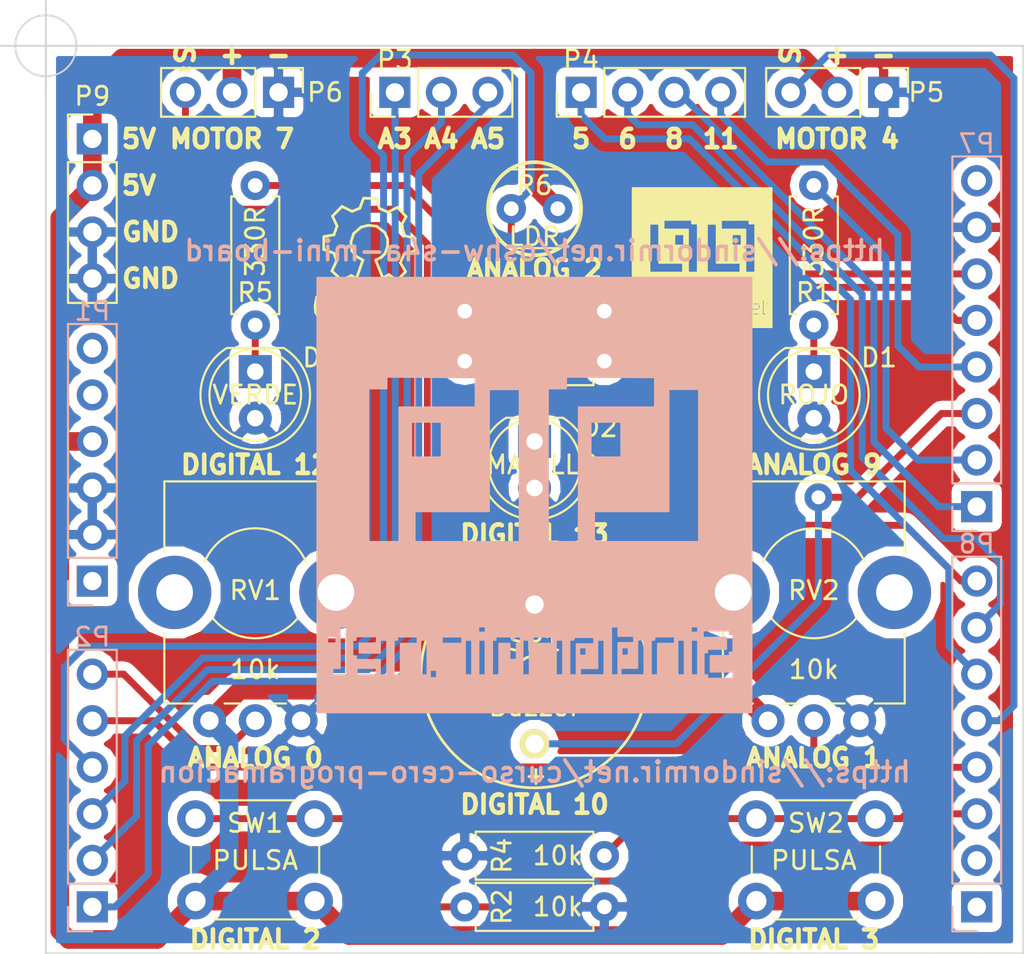
<source format=kicad_pcb>
(kicad_pcb (version 4) (host pcbnew 4.0.6-e0-6349~53~ubuntu16.04.1)
  (title_block (title "Sindormir.net S4A Mini Board") (date 2017-04-28) (rev v0.3) (company Sindormir.net) (comment 1 https://github.com/SindormirNet/S4A-Mini-board/) (comment 3 "Copyright (C) 2015-2017 sindormir.net") (comment 4 "Released under GNU/GPL 3 License https://www.gnu.org/licenses/gpl.html"))
  (layers (0 F.Cu signal) (31 B.Cu signal) (34 B.Paste user) (35 F.Paste user) (36 B.SilkS user hide) (37 F.SilkS user hide) (38 B.Mask user) (39 F.Mask user) (44 Edge.Cuts user))
  (net 0 "")
  (net 1 "Net-(D1-Pad1)")
  (net 2 GND)
  (net 3 "Net-(D2-Pad1)")
  (net 4 "Net-(D3-Pad1)")
  (net 5 PINA5)
  (net 6 PINA4)
  (net 7 PINA3)
  (net 8 PINA2)
  (net 9 PINA1)
  (net 10 PINA0)
  (net 11 "Net-(P1-Pad1)")
  (net 12 +5V)
  (net 13 "Net-(P1-Pad5)")
  (net 14 "Net-(P1-Pad6)")
  (net 15 PIND5)
  (net 16 PIND6)
  (net 17 PIND8)
  (net 18 PIND11)
  (net 19 PIND4)
  (net 20 PIND7)
  (net 21 PIND9)
  (net 22 PIND10)
  (net 23 PIND12)
  (net 24 PIND13)
  (net 25 "Net-(P7-Pad8)")
  (net 26 "Net-(P8-Pad1)")
  (net 27 "Net-(P8-Pad2)")
  (net 28 PIND2)
  (net 29 PIND3)
  (module Buttons_Switches_ThroughHole:SW_PUSH_6mm_h5mm (layer F.Cu) (at 158.3055 140.6525 180)
    (fp_text reference SW2 (at 3.25 4.2545 180) (layer F.SilkS))
    (fp_text value PULSA (at 3.3655 2.2225 180) (layer F.SilkS))
    (pad 2 thru_hole circle (at 0 4.5 270) (size 2 2) (drill 1.1) (layers *.Cu *.Mask) (net 29 PIND3))
    (pad 1 thru_hole circle (at 0 0 270) (size 2 2) (drill 1.1) (layers *.Cu *.Mask) (net 12 +5V))
    (pad 2 thru_hole circle (at 6.5 4.5 270) (size 2 2) (drill 1.1) (layers *.Cu *.Mask) (net 29 PIND3))
    (pad 1 thru_hole circle (at 6.5 0 270) (size 2 2) (drill 1.1) (layers *.Cu *.Mask) (net 12 +5V))
  )
  (module Buttons_Switches_ThroughHole:SW_PUSH_6mm_h5mm (layer F.Cu) (at 127.6985 140.6525 180)
    (fp_text reference SW1 (at 3.25 4.2545 180) (layer F.SilkS))
    (fp_text value PULSA (at 3.2385 2.2225 180) (layer F.SilkS))
    (pad 2 thru_hole circle (at 0 4.5 270) (size 2 2) (drill 1.1) (layers *.Cu *.Mask) (net 28 PIND2))
    (pad 1 thru_hole circle (at 0 0 270) (size 2 2) (drill 1.1) (layers *.Cu *.Mask) (net 12 +5V))
    (pad 2 thru_hole circle (at 6.5 4.5 270) (size 2 2) (drill 1.1) (layers *.Cu *.Mask) (net 28 PIND2))
    (pad 1 thru_hole circle (at 6.5 0 270) (size 2 2) (drill 1.1) (layers *.Cu *.Mask) (net 12 +5V))
  )
  (module Buzzers_Beepers:MagneticBuzzer_ProSignal_ABI-009-RC (layer F.Cu) (at 139.7 124.46 270)
    (fp_text reference SP1 (at 2.032 0 360) (layer F.SilkS))
    (fp_text value Buzzer (at 5.588 0 540) (layer F.SilkS))
    (fp_text user + (at 9.398 0 270) (layer F.SilkS))
    (pad 1 thru_hole circle (at 0.01016 0 270) (size 1.6002 1.6002) (drill 1.00076) (layers *.Cu *.Mask F.SilkS) (net 2 GND))
    (pad 2 thru_hole circle (at 7.60984 0 270) (size 1.6002 1.6002) (drill 1.00076) (layers *.Cu *.Mask F.SilkS) (net 22 PIND10))
  )
  (module Symbols:Symbol_OSHW-Logo_SilkScreen (layer F.Cu) (at 130.683 104.775)
    (fp_text reference Symbol_OSHW-Logo_SilkScreen hide)
    (fp_text value VAL** hide)
  )
  (module logo:logo-sd (layer B.Cu) (at 139.7 118.491 180)
    (fp_text reference G*** hide)
    (fp_text value LOGO hide)
  )
  (module logo:logo-sd (layer F.Cu) (at 148.844 105.537)
    (fp_text reference G*** hide)
    (fp_text value LOGO hide)
  )
  (module LEDs:LED_D5.0mm (layer F.Cu) (at 154.94 111.76 270)
    (fp_text reference D1 (at -0.762 -3.556 360) (layer F.SilkS))
    (fp_text value ROJO (at 1.27 0 360) (layer F.SilkS))
    (pad 1 thru_hole rect (at 0 0 270) (size 1.8 1.8) (drill 0.9) (layers *.Cu *.Mask) (net 1 "Net-(D1-Pad1)"))
    (pad 2 thru_hole circle (at 2.54 0 270) (size 1.8 1.8) (drill 0.9) (layers *.Cu *.Mask) (net 2 GND))
  )
  (module LEDs:LED_D5.0mm (layer F.Cu) (at 139.7 115.57 270)
    (fp_text reference D2 (at -0.762 -3.556 360) (layer F.SilkS))
    (fp_text value AMARILLO (at 1.27 0 360) (layer F.SilkS))
    (pad 1 thru_hole rect (at 0 0 270) (size 1.8 1.8) (drill 0.9) (layers *.Cu *.Mask) (net 3 "Net-(D2-Pad1)"))
    (pad 2 thru_hole circle (at 2.54 0 270) (size 1.8 1.8) (drill 0.9) (layers *.Cu *.Mask) (net 2 GND))
  )
  (module LEDs:LED_D5.0mm (layer F.Cu) (at 124.46 111.76 270)
    (fp_text reference D3 (at -0.762 -3.556 360) (layer F.SilkS))
    (fp_text value VERDE (at 1.27 0 540) (layer F.SilkS))
    (pad 1 thru_hole rect (at 0 0 270) (size 1.8 1.8) (drill 0.9) (layers *.Cu *.Mask) (net 4 "Net-(D3-Pad1)"))
    (pad 2 thru_hole circle (at 2.54 0 270) (size 1.8 1.8) (drill 0.9) (layers *.Cu *.Mask) (net 2 GND))
  )
  (module Pin_Headers:Pin_Header_Straight_1x06_Pitch2.54mm (layer B.Cu) (at 115.57 123.19)
    (fp_text reference P1 (at 0 -14.732) (layer B.SilkS) (effects (justify mirror)))
    (fp_text value "Arduino Power header" hide)
    (pad 1 thru_hole rect (at 0 0) (size 1.7 1.7) (drill 1) (layers *.Cu *.Mask) (net 11 "Net-(P1-Pad1)"))
    (pad 2 thru_hole oval (at 0 -2.54) (size 1.7 1.7) (drill 1) (layers *.Cu *.Mask) (net 2 GND))
    (pad 3 thru_hole oval (at 0 -5.08) (size 1.7 1.7) (drill 1) (layers *.Cu *.Mask) (net 2 GND))
    (pad 4 thru_hole oval (at 0 -7.62) (size 1.7 1.7) (drill 1) (layers *.Cu *.Mask) (net 12 +5V))
    (pad 5 thru_hole oval (at 0 -10.16) (size 1.7 1.7) (drill 1) (layers *.Cu *.Mask) (net 13 "Net-(P1-Pad5)"))
    (pad 6 thru_hole oval (at 0 -12.7) (size 1.7 1.7) (drill 1) (layers *.Cu *.Mask) (net 14 "Net-(P1-Pad6)"))
  )
  (module Pin_Headers:Pin_Header_Straight_1x06_Pitch2.54mm (layer B.Cu) (at 115.57 140.97)
    (fp_text reference P2 (at 0 -14.732) (layer B.SilkS) (effects (justify mirror)))
    (fp_text value "Arduino Analog header" hide)
    (pad 1 thru_hole rect (at 0 0) (size 1.7 1.7) (drill 1) (layers *.Cu *.Mask) (net 5 PINA5))
    (pad 2 thru_hole oval (at 0 -2.54) (size 1.7 1.7) (drill 1) (layers *.Cu *.Mask) (net 6 PINA4))
    (pad 3 thru_hole oval (at 0 -5.08) (size 1.7 1.7) (drill 1) (layers *.Cu *.Mask) (net 7 PINA3))
    (pad 4 thru_hole oval (at 0 -7.62) (size 1.7 1.7) (drill 1) (layers *.Cu *.Mask) (net 8 PINA2))
    (pad 5 thru_hole oval (at 0 -10.16) (size 1.7 1.7) (drill 1) (layers *.Cu *.Mask) (net 9 PINA1))
    (pad 6 thru_hole oval (at 0 -12.7) (size 1.7 1.7) (drill 1) (layers *.Cu *.Mask) (net 10 PINA0))
  )
  (module Socket_Strips:Socket_Strip_Straight_1x03_Pitch2.54mm (layer F.Cu) (at 132.08 96.52 90)
    (fp_text reference P3 (at 1.778 0 180) (layer F.SilkS))
    (fp_text value "Analog pin")
    (pad 1 thru_hole rect (at 0 0 90) (size 1.7 1.7) (drill 1) (layers *.Cu *.Mask) (net 7 PINA3))
    (pad 2 thru_hole oval (at 0 2.54 90) (size 1.7 1.7) (drill 1) (layers *.Cu *.Mask) (net 6 PINA4))
    (pad 3 thru_hole oval (at 0 5.08 90) (size 1.7 1.7) (drill 1) (layers *.Cu *.Mask) (net 5 PINA5))
  )
  (module Socket_Strips:Socket_Strip_Straight_1x04_Pitch2.54mm (layer F.Cu) (at 142.24 96.52 90)
    (fp_text reference P4 (at 1.778 0 180) (layer F.SilkS))
    (fp_text value "Digital pin" hide)
    (pad 1 thru_hole rect (at 0 0 90) (size 1.7 1.7) (drill 1) (layers *.Cu *.Mask) (net 15 PIND5))
    (pad 2 thru_hole oval (at 0 2.54 90) (size 1.7 1.7) (drill 1) (layers *.Cu *.Mask) (net 16 PIND6))
    (pad 3 thru_hole oval (at 0 5.08 90) (size 1.7 1.7) (drill 1) (layers *.Cu *.Mask) (net 17 PIND8))
    (pad 4 thru_hole oval (at 0 7.62 90) (size 1.7 1.7) (drill 1) (layers *.Cu *.Mask) (net 18 PIND11))
  )
  (module Pin_Headers:Pin_Header_Straight_1x03_Pitch2.54mm (layer F.Cu) (at 158.75 96.52 270)
    (fp_text reference P5 (at 0 -2.33 360) (layer F.SilkS))
    (fp_text value "Servo 1" hide)
    (pad 1 thru_hole rect (at 0 0 270) (size 1.7 1.7) (drill 1) (layers *.Cu *.Mask) (net 2 GND))
    (pad 2 thru_hole oval (at 0 2.54 270) (size 1.7 1.7) (drill 1) (layers *.Cu *.Mask) (net 12 +5V))
    (pad 3 thru_hole oval (at 0 5.08 270) (size 1.7 1.7) (drill 1) (layers *.Cu *.Mask) (net 19 PIND4))
  )
  (module Pin_Headers:Pin_Header_Straight_1x03_Pitch2.54mm (layer F.Cu) (at 125.73 96.52 270)
    (fp_text reference P6 (at 0 -2.54 360) (layer F.SilkS))
    (fp_text value "Servo 2")
    (pad 1 thru_hole rect (at 0 0 270) (size 1.7 1.7) (drill 1) (layers *.Cu *.Mask) (net 2 GND))
    (pad 2 thru_hole oval (at 0 2.54 270) (size 1.7 1.7) (drill 1) (layers *.Cu *.Mask) (net 12 +5V))
    (pad 3 thru_hole oval (at 0 5.08 270) (size 1.7 1.7) (drill 1) (layers *.Cu *.Mask) (net 20 PIND7))
  )
  (module Pin_Headers:Pin_Header_Straight_1x08_Pitch2.54mm (layer B.Cu) (at 163.83 119.126)
    (fp_text reference P7 (at 0 -19.812) (layer B.SilkS) (effects (justify mirror)))
    (fp_text value "Arduino Digital H header" hide)
    (pad 1 thru_hole rect (at 0 0) (size 1.7 1.7) (drill 1) (layers *.Cu *.Mask) (net 17 PIND8))
    (pad 2 thru_hole oval (at 0 -2.54) (size 1.7 1.7) (drill 1) (layers *.Cu *.Mask) (net 21 PIND9))
    (pad 3 thru_hole oval (at 0 -5.08) (size 1.7 1.7) (drill 1) (layers *.Cu *.Mask) (net 22 PIND10))
    (pad 4 thru_hole oval (at 0 -7.62) (size 1.7 1.7) (drill 1) (layers *.Cu *.Mask) (net 18 PIND11))
    (pad 5 thru_hole oval (at 0 -10.16) (size 1.7 1.7) (drill 1) (layers *.Cu *.Mask) (net 23 PIND12))
    (pad 6 thru_hole oval (at 0 -12.7) (size 1.7 1.7) (drill 1) (layers *.Cu *.Mask) (net 24 PIND13))
    (pad 7 thru_hole oval (at 0 -15.24) (size 1.7 1.7) (drill 1) (layers *.Cu *.Mask) (net 2 GND))
    (pad 8 thru_hole oval (at 0 -17.78) (size 1.7 1.7) (drill 1) (layers *.Cu *.Mask) (net 25 "Net-(P7-Pad8)"))
  )
  (module Pin_Headers:Pin_Header_Straight_1x08_Pitch2.54mm (layer B.Cu) (at 163.83 140.97)
    (fp_text reference P8 (at 0 -19.812) (layer B.SilkS) (effects (justify mirror)))
    (fp_text value "Arduino Digital L header" hide)
    (pad 1 thru_hole rect (at 0 0) (size 1.7 1.7) (drill 1) (layers *.Cu *.Mask) (net 26 "Net-(P8-Pad1)"))
    (pad 2 thru_hole oval (at 0 -2.54) (size 1.7 1.7) (drill 1) (layers *.Cu *.Mask) (net 27 "Net-(P8-Pad2)"))
    (pad 3 thru_hole oval (at 0 -5.08) (size 1.7 1.7) (drill 1) (layers *.Cu *.Mask) (net 28 PIND2))
    (pad 4 thru_hole oval (at 0 -7.62) (size 1.7 1.7) (drill 1) (layers *.Cu *.Mask) (net 29 PIND3))
    (pad 5 thru_hole oval (at 0 -10.16) (size 1.7 1.7) (drill 1) (layers *.Cu *.Mask) (net 19 PIND4))
    (pad 6 thru_hole oval (at 0 -12.7) (size 1.7 1.7) (drill 1) (layers *.Cu *.Mask) (net 15 PIND5))
    (pad 7 thru_hole oval (at 0 -15.24) (size 1.7 1.7) (drill 1) (layers *.Cu *.Mask) (net 16 PIND6))
    (pad 8 thru_hole oval (at 0 -17.78) (size 1.7 1.7) (drill 1) (layers *.Cu *.Mask) (net 20 PIND7))
  )
  (module Socket_Strips:Socket_Strip_Straight_1x04_Pitch2.54mm (layer F.Cu) (at 115.57 99.06)
    (fp_text reference P9 (at 0 -2.33) (layer F.SilkS))
    (fp_text value Power hide)
    (pad 1 thru_hole rect (at 0 0) (size 1.7 1.7) (drill 1) (layers *.Cu *.Mask) (net 12 +5V))
    (pad 2 thru_hole oval (at 0 2.54) (size 1.7 1.7) (drill 1) (layers *.Cu *.Mask) (net 12 +5V))
    (pad 3 thru_hole oval (at 0 5.08) (size 1.7 1.7) (drill 1) (layers *.Cu *.Mask) (net 2 GND))
    (pad 4 thru_hole oval (at 0 7.62) (size 1.7 1.7) (drill 1) (layers *.Cu *.Mask) (net 2 GND))
  )
  (module Resistors_ThroughHole:R_Axial_DIN0207_L6.3mm_D2.5mm_P7.62mm_Horizontal (layer F.Cu) (at 154.94 109.22 90)
    (fp_text reference R1 (at 1.778 0 180) (layer F.SilkS))
    (fp_text value 330R (at 4.572 0 90) (layer F.SilkS))
    (pad 1 thru_hole circle (at 0 0 90) (size 1.6 1.6) (drill 0.8) (layers *.Cu *.Mask) (net 1 "Net-(D1-Pad1)"))
    (pad 2 thru_hole oval (at 7.62 0 90) (size 1.6 1.6) (drill 0.8) (layers *.Cu *.Mask) (net 21 PIND9))
  )
  (module Resistors_ThroughHole:R_Axial_DIN0207_L6.3mm_D2.5mm_P7.62mm_Horizontal (layer F.Cu) (at 135.89 140.97)
    (fp_text reference R2 (at 2.032 0 90) (layer F.SilkS))
    (fp_text value 10k (at 5.08 0) (layer F.SilkS))
    (pad 1 thru_hole circle (at 0 0) (size 1.6 1.6) (drill 0.8) (layers *.Cu *.Mask) (net 28 PIND2))
    (pad 2 thru_hole oval (at 7.62 0) (size 1.6 1.6) (drill 0.8) (layers *.Cu *.Mask) (net 2 GND))
  )
  (module Resistors_ThroughHole:R_Axial_DIN0207_L6.3mm_D2.5mm_P7.62mm_Horizontal (layer F.Cu) (at 143.51 111.1885 180)
    (fp_text reference R3 (at 5.588 -0.0635 270) (layer F.SilkS))
    (fp_text value 330R (at 3.048 -0.0635 180) (layer F.SilkS))
    (pad 1 thru_hole circle (at 0 0 180) (size 1.6 1.6) (drill 0.8) (layers *.Cu *.Mask) (net 3 "Net-(D2-Pad1)"))
    (pad 2 thru_hole oval (at 7.62 0 180) (size 1.6 1.6) (drill 0.8) (layers *.Cu *.Mask) (net 24 PIND13))
  )
  (module Resistors_ThroughHole:R_Axial_DIN0207_L6.3mm_D2.5mm_P7.62mm_Horizontal (layer F.Cu) (at 143.51 138.176 180)
    (fp_text reference R4 (at 5.588 0 270) (layer F.SilkS))
    (fp_text value 10k (at 2.54 0 180) (layer F.SilkS))
    (pad 1 thru_hole circle (at 0 0 180) (size 1.6 1.6) (drill 0.8) (layers *.Cu *.Mask) (net 29 PIND3))
    (pad 2 thru_hole oval (at 7.62 0 180) (size 1.6 1.6) (drill 0.8) (layers *.Cu *.Mask) (net 2 GND))
  )
  (module Resistors_ThroughHole:R_Axial_DIN0207_L6.3mm_D2.5mm_P7.62mm_Horizontal (layer F.Cu) (at 124.46 109.22 90)
    (fp_text reference R5 (at 1.778 0 180) (layer F.SilkS))
    (fp_text value 330R (at 4.572 0 90) (layer F.SilkS))
    (pad 1 thru_hole circle (at 0 0 90) (size 1.6 1.6) (drill 0.8) (layers *.Cu *.Mask) (net 4 "Net-(D3-Pad1)"))
    (pad 2 thru_hole oval (at 7.62 0 90) (size 1.6 1.6) (drill 0.8) (layers *.Cu *.Mask) (net 23 PIND12))
  )
  (module Opto-Devices:Resistor_LDR_4.9x4.2_RM2.54 (layer F.Cu) (at 140.97 102.87 180)
    (fp_text reference R6 (at 1.27 1.27 180) (layer F.SilkS))
    (fp_text value LDR (at 1.27 -1.524 180) (layer F.SilkS))
    (pad 1 thru_hole circle (at 0 0 180) (size 1.6 1.6) (drill 0.8) (layers *.Cu *.Mask) (net 12 +5V))
    (pad 2 thru_hole circle (at 2.54 0 180) (size 1.6 1.6) (drill 0.8) (layers *.Cu *.Mask) (net 8 PINA2))
  )
  (module Resistors_ThroughHole:R_Axial_DIN0207_L6.3mm_D2.5mm_P7.62mm_Horizontal (layer F.Cu) (at 143.51 108.458 180)
    (fp_text reference R7 (at 5.588 0 270) (layer F.SilkS))
    (fp_text value 10k (at 2.54 0 180) (layer F.SilkS))
    (pad 1 thru_hole circle (at 0 0 180) (size 1.6 1.6) (drill 0.8) (layers *.Cu *.Mask) (net 8 PINA2))
    (pad 2 thru_hole oval (at 7.62 0 180) (size 1.6 1.6) (drill 0.8) (layers *.Cu *.Mask) (net 2 GND))
  )
  (module Potentiometers:Potentiometer_Alps_RK09K_Horizontal (layer F.Cu) (at 126.96 130.81 90)
    (fp_text reference RV1 (at 7.112 -2.5 180) (layer F.SilkS))
    (fp_text value 10k (at 2.794 -2.5 180) (layer F.SilkS))
    (pad 3 thru_hole circle (at 0 -5 90) (size 1.8 1.8) (drill 1) (layers *.Cu *.Mask) (net 12 +5V))
    (pad 2 thru_hole circle (at 0 -2.5 90) (size 1.8 1.8) (drill 1) (layers *.Cu *.Mask) (net 10 PINA0))
    (pad 1 thru_hole circle (at 0 0 90) (size 1.8 1.8) (drill 1) (layers *.Cu *.Mask) (net 2 GND))
    (pad 0 np_thru_hole circle (at 7 -6.9 90) (size 4 4) (drill 2) (layers *.Cu *.Mask))
    (pad 0 np_thru_hole circle (at 7 1.9 90) (size 4 4) (drill 2) (layers *.Cu *.Mask))
  )
  (module Potentiometers:Potentiometer_Alps_RK09K_Horizontal (layer F.Cu) (at 157.44 130.81 90)
    (fp_text reference RV2 (at 7.112 -2.5 180) (layer F.SilkS))
    (fp_text value 10k (at 2.794 -2.5 180) (layer F.SilkS))
    (pad 3 thru_hole circle (at 0 -5 90) (size 1.8 1.8) (drill 1) (layers *.Cu *.Mask) (net 12 +5V))
    (pad 2 thru_hole circle (at 0 -2.5 90) (size 1.8 1.8) (drill 1) (layers *.Cu *.Mask) (net 9 PINA1))
    (pad 1 thru_hole circle (at 0 0 90) (size 1.8 1.8) (drill 1) (layers *.Cu *.Mask) (net 2 GND))
    (pad 0 np_thru_hole circle (at 7 -6.9 90) (size 4 4) (drill 2) (layers *.Cu *.Mask))
    (pad 0 np_thru_hole circle (at 7 1.9 90) (size 4 4) (drill 2) (layers *.Cu *.Mask))
  )
  (gr_text https://sindormir.net/oshw-s4a-mini-board (at 139.7 105.156) (layer B.SilkS) (effects (font (size 1.1 1.1) (thickness 0.2)) (justify mirror)))
  (gr_text https://sindormir.net/curso-cero-programacion (at 139.7 133.604) (layer B.SilkS) (effects (font (size 1.1 1.1) (thickness 0.2)) (justify mirror)))
  (target plus (at 113.03 93.98) (size 5) (width 0.1) (layer Edge.Cuts))
  (gr_line (start 113.03 93.98) (end 113.03 143.51) (layer Edge.Cuts) (width 0.1))
  (gr_line (start 166.37 93.98) (end 166.37 143.51) (angle 90) (layer Edge.Cuts) (width 0.1))
  (gr_text "ANALOG 2" (at 139.7 106.172) (layer F.SilkS) (effects (font (size 1 1) (thickness 0.25))))
  (gr_circle (center 139.7 102.87) (end 142.24 102.87) (layer F.SilkS) (width 0.2))
  (gr_text - (at 158.75 94.47) (layer F.SilkS) (effects (font (size 1 1) (thickness 0.25))))
  (gr_text + (at 156.21 94.47) (layer F.SilkS) (effects (font (size 1 1) (thickness 0.25))))
  (gr_text S (at 153.67 94.488 90) (layer F.SilkS) (effects (font (size 1 1) (thickness 0.25))))
  (gr_text S (at 120.65 94.47 90) (layer F.SilkS) (effects (font (size 1 1) (thickness 0.25))))
  (gr_text ~ (at 120.65 95.25) (layer F.SilkS) (effects (font (size 1 1) (thickness 0.25))))
  (gr_text - (at 125.73 94.47) (layer F.SilkS) (effects (font (size 1 1) (thickness 0.25))))
  (gr_text + (at 123.19 94.47) (layer F.SilkS) (effects (font (size 1 1) (thickness 0.25))))
  (gr_text "MOTOR 4" (at 156.21 99.06) (layer F.SilkS) (effects (font (size 1 1) (thickness 0.25))))
  (gr_text "MOTOR 7" (at 123.19 99.06) (layer F.SilkS) (effects (font (size 1 1) (thickness 0.25))))
  (gr_text "DIGITAL 10" (at 139.7 135.382) (layer F.SilkS) (effects (font (size 1 1) (thickness 0.25))))
  (gr_text 11 (at 149.86 99.06 360) (layer F.SilkS) (effects (font (size 1 1) (thickness 0.25))))
  (gr_text 8 (at 147.32 99.06 360) (layer F.SilkS) (effects (font (size 1 1) (thickness 0.25))))
  (gr_text 6 (at 144.78 99.06 360) (layer F.SilkS) (effects (font (size 1 1) (thickness 0.25))))
  (gr_text 5 (at 142.24 99.06 360) (layer F.SilkS) (effects (font (size 1 1) (thickness 0.25))))
  (gr_text A5 (at 137.16 99.06 360) (layer F.SilkS) (effects (font (size 1 1) (thickness 0.25))))
  (gr_text A4 (at 134.62 99.06 360) (layer F.SilkS) (effects (font (size 1 1) (thickness 0.25))))
  (gr_text A3 (at 132.08 99.06 360) (layer F.SilkS) (effects (font (size 1 1) (thickness 0.25))))
  (gr_text 5V (at 118.11 99.06) (layer F.SilkS) (effects (font (size 1 1) (thickness 0.25))))
  (gr_text 5V (at 118.11 101.6) (layer F.SilkS) (effects (font (size 1 1) (thickness 0.25))))
  (gr_text GND (at 118.75 104.14) (layer F.SilkS) (effects (font (size 1 1) (thickness 0.25))))
  (gr_text GND (at 118.75 106.68) (layer F.SilkS) (effects (font (size 1 1) (thickness 0.25))))
  (gr_text "ANALOG 9" (at 154.94 116.84) (layer F.SilkS) (effects (font (size 1 1) (thickness 0.25))))
  (gr_text "DIGITAL 12" (at 124.46 116.84) (layer F.SilkS) (effects (font (size 1 1) (thickness 0.25))))
  (gr_text "DIGITAL 13" (at 139.7 120.65) (layer F.SilkS) (effects (font (size 1 1) (thickness 0.25))))
  (gr_text "ANALOG 1" (at 154.94 132.842) (layer F.SilkS) (effects (font (size 1 1) (thickness 0.25))))
  (gr_text "ANALOG 0" (at 124.46 132.842) (layer F.SilkS) (effects (font (size 1 1) (thickness 0.25))))
  (gr_text "DIGITAL 3" (at 154.94 142.748 360) (layer F.SilkS) (effects (font (size 1 1) (thickness 0.25))))
  (gr_text "DIGITAL 2" (at 124.46 142.748 360) (layer F.SilkS) (effects (font (size 1 1) (thickness 0.25))))
  (gr_line (start 166.37 93.98) (end 113.03 93.98) (layer Edge.Cuts) (width 0.1))
  (gr_line (start 165.1 143.51) (end 166.37 143.51) (angle 90) (layer Edge.Cuts) (width 0.1))
  (gr_line (start 163.83 143.51) (end 165.1 143.51) (angle 90) (layer Edge.Cuts) (width 0.1))
  (gr_line (start 161.29 143.51) (end 163.83 143.51) (angle 90) (layer Edge.Cuts) (width 0.1))
  (gr_line (start 113.03 143.51) (end 161.29 143.51) (angle 90) (layer Edge.Cuts) (width 0.1))
  (segment (start 154.94 111.76) (end 154.94 109.22) (width 0.381) (layer F.Cu) (net 1))
  (segment (start 139.7 115.57) (end 139.7 112.383432) (width 0.381) (layer F.Cu) (net 3))
  (segment (start 139.7 112.383432) (end 140.894932 111.1885) (width 0.381) (layer F.Cu) (net 3))
  (segment (start 140.894932 111.1885) (end 143.51 111.1885) (width 0.381) (layer F.Cu) (net 3))
  (segment (start 124.46 111.76) (end 124.46 109.22) (width 0.381) (layer F.Cu) (net 4))
  (segment (start 115.57 140.97) (end 116.801 140.97) (width 0.381) (layer B.Cu) (net 5))
  (segment (start 118.618 132.162138) (end 122.121702 128.658436) (width 0.381) (layer B.Cu) (net 5))
  (segment (start 116.801 140.97) (end 118.618 139.153) (width 0.381) (layer B.Cu) (net 5))
  (segment (start 118.618 139.153) (end 118.618 132.162138) (width 0.381) (layer B.Cu) (net 5))
  (segment (start 122.121702 128.658436) (end 130.877159 128.658436) (width 0.381) (layer B.Cu) (net 5))
  (segment (start 130.877159 128.658436) (end 133.381461 126.154134) (width 0.381) (layer B.Cu) (net 5))
  (segment (start 133.381461 126.154134) (end 133.381461 100.957041) (width 0.381) (layer B.Cu) (net 5))
  (segment (start 137.16 97.178502) (end 137.16 96.52) (width 0.381) (layer B.Cu) (net 5))
  (segment (start 133.381461 100.957041) (end 137.16 97.178502) (width 0.381) (layer B.Cu) (net 5))
  (segment (start 115.57 138.43) (end 117.982989 136.017011) (width 0.381) (layer B.Cu) (net 6))
  (segment (start 117.982989 136.017011) (end 117.982989 131.899108) (width 0.381) (layer B.Cu) (net 6))
  (segment (start 117.982989 131.899108) (end 121.858672 128.023425) (width 0.381) (layer B.Cu) (net 6))
  (segment (start 121.858672 128.023425) (end 130.61413 128.023425) (width 0.381) (layer B.Cu) (net 6))
  (segment (start 130.61413 128.023425) (end 132.74645 125.891105) (width 0.381) (layer B.Cu) (net 6))
  (segment (start 132.74645 125.891105) (end 132.74645 100.041306) (width 0.381) (layer B.Cu) (net 6))
  (segment (start 132.74645 100.041306) (end 134.62 98.167756) (width 0.381) (layer B.Cu) (net 6))
  (segment (start 134.62 98.167756) (end 134.62 96.52) (width 0.381) (layer B.Cu) (net 6))
  (segment (start 132.08 97.751) (end 132.08 96.52) (width 0.381) (layer B.Cu) (net 7))
  (segment (start 132.096221 125.643295) (end 132.096221 97.767221) (width 0.381) (layer B.Cu) (net 7))
  (segment (start 115.57 135.89) (end 117.347978 134.112022) (width 0.381) (layer B.Cu) (net 7))
  (segment (start 130.351101 127.388414) (end 132.096221 125.643295) (width 0.381) (layer B.Cu) (net 7))
  (segment (start 117.347978 131.636078) (end 121.595642 127.388414) (width 0.381) (layer B.Cu) (net 7))
  (segment (start 132.096221 97.767221) (end 132.08 97.751) (width 0.381) (layer B.Cu) (net 7))
  (segment (start 117.347978 134.112022) (end 117.347978 131.636078) (width 0.381) (layer B.Cu) (net 7))
  (segment (start 121.595642 127.388414) (end 130.351101 127.388414) (width 0.381) (layer B.Cu) (net 7))
  (segment (start 138.43 102.87) (end 138.43 107.044805) (width 0.381) (layer F.Cu) (net 8))
  (segment (start 138.43 107.044805) (end 139.843195 108.458) (width 0.381) (layer F.Cu) (net 8))
  (segment (start 139.843195 108.458) (end 143.51 108.458) (width 0.381) (layer F.Cu) (net 8))
  (segment (start 139.507747 95.454866) (end 139.507747 101.792253) (width 0.381) (layer B.Cu) (net 8))
  (segment (start 138.540881 94.488) (end 139.507747 95.454866) (width 0.381) (layer B.Cu) (net 8))
  (segment (start 131.46121 125.380265) (end 131.46121 99.96521) (width 0.381) (layer B.Cu) (net 8))
  (segment (start 114.035419 131.815419) (end 114.035419 127.888719) (width 0.381) (layer B.Cu) (net 8))
  (segment (start 115.57 133.35) (end 114.035419 131.815419) (width 0.381) (layer B.Cu) (net 8))
  (segment (start 114.035419 127.888719) (end 115.178138 126.746) (width 0.381) (layer B.Cu) (net 8))
  (segment (start 115.178138 126.746) (end 130.095475 126.746) (width 0.381) (layer B.Cu) (net 8))
  (segment (start 130.095475 126.746) (end 131.46121 125.380265) (width 0.381) (layer B.Cu) (net 8))
  (segment (start 131.46121 99.96521) (end 130.302 98.806) (width 0.381) (layer B.Cu) (net 8))
  (segment (start 130.302 98.806) (end 130.302 95.470272) (width 0.381) (layer B.Cu) (net 8))
  (segment (start 130.302 95.470272) (end 131.284272 94.488) (width 0.381) (layer B.Cu) (net 8))
  (segment (start 131.284272 94.488) (end 138.540881 94.488) (width 0.381) (layer B.Cu) (net 8))
  (segment (start 139.507747 101.792253) (end 138.43 102.87) (width 0.381) (layer B.Cu) (net 8))
  (segment (start 154.94 130.81) (end 154.94 132.27541) (width 0.381) (layer F.Cu) (net 9))
  (segment (start 154.94 132.27541) (end 153.881266 133.334144) (width 0.381) (layer F.Cu) (net 9))
  (segment (start 153.881266 133.334144) (end 121.442672 133.334144) (width 0.381) (layer F.Cu) (net 9))
  (segment (start 118.918528 130.81) (end 115.57 130.81) (width 0.381) (layer F.Cu) (net 9))
  (segment (start 121.442672 133.334144) (end 118.918528 130.81) (width 0.381) (layer F.Cu) (net 9))
  (segment (start 115.57 128.27) (end 117.279934 128.27) (width 0.381) (layer F.Cu) (net 10))
  (segment (start 117.279934 128.27) (end 121.342827 132.332893) (width 0.381) (layer F.Cu) (net 10))
  (segment (start 121.342827 132.332893) (end 122.937107 132.332893) (width 0.381) (layer F.Cu) (net 10))
  (segment (start 122.937107 132.332893) (end 124.46 130.81) (width 0.381) (layer F.Cu) (net 10))
  (segment (start 123.028952 131.878952) (end 121.96 130.81) (width 1.016) (layer B.Cu) (net 12))
  (segment (start 123.028952 138.822048) (end 123.028952 131.878952) (width 1.016) (layer B.Cu) (net 12))
  (segment (start 121.1985 140.6525) (end 123.028952 138.822048) (width 1.016) (layer B.Cu) (net 12))
  (segment (start 115.57 99.06) (end 115.57 96.266) (width 1.016) (layer F.Cu) (net 12))
  (segment (start 115.57 96.266) (end 117.182001 94.653999) (width 1.016) (layer F.Cu) (net 12))
  (segment (start 117.182001 94.653999) (end 121.500001 94.653999) (width 1.016) (layer F.Cu) (net 12))
  (segment (start 121.500001 94.653999) (end 123.19 94.653999) (width 1.016) (layer F.Cu) (net 12))
  (segment (start 123.19 94.653999) (end 139.7 94.653999) (width 1.016) (layer F.Cu) (net 12))
  (segment (start 123.19 96.52) (end 123.19 95.317919) (width 1.016) (layer F.Cu) (net 12))
  (segment (start 123.19 95.317919) (end 123.19 94.653999) (width 1.016) (layer F.Cu) (net 12))
  (segment (start 139.7 94.653999) (end 139.7 101.6) (width 1.016) (layer F.Cu) (net 12))
  (segment (start 139.7 101.6) (end 140.97 102.87) (width 1.016) (layer F.Cu) (net 12))
  (segment (start 139.7 94.653999) (end 154.343999 94.653999) (width 1.016) (layer F.Cu) (net 12))
  (segment (start 154.343999 94.653999) (end 155.360001 95.670001) (width 1.016) (layer F.Cu) (net 12))
  (segment (start 155.360001 95.670001) (end 156.21 96.52) (width 1.016) (layer F.Cu) (net 12))
  (segment (start 115.57 101.6) (end 115.57 99.06) (width 1.016) (layer F.Cu) (net 12))
  (segment (start 113.792 142.263602) (end 113.792 115.57) (width 1.016) (layer F.Cu) (net 12))
  (segment (start 113.792 115.57) (end 113.792 103.378) (width 1.016) (layer F.Cu) (net 12))
  (segment (start 115.57 115.57) (end 113.792 115.57) (width 1.016) (layer F.Cu) (net 12))
  (segment (start 121.1985 140.6525) (end 119.103 142.748) (width 1.016) (layer F.Cu) (net 12))
  (segment (start 119.103 142.748) (end 114.276398 142.748) (width 1.016) (layer F.Cu) (net 12))
  (segment (start 114.276398 142.748) (end 113.792 142.263602) (width 1.016) (layer F.Cu) (net 12))
  (segment (start 113.792 103.378) (end 115.57 101.6) (width 1.016) (layer F.Cu) (net 12))
  (segment (start 127.6985 140.6525) (end 129.578001 142.532001) (width 1.016) (layer F.Cu) (net 12))
  (segment (start 129.578001 142.532001) (end 149.925999 142.532001) (width 1.016) (layer F.Cu) (net 12))
  (segment (start 149.925999 142.532001) (end 151.8055 140.6525) (width 1.016) (layer F.Cu) (net 12))
  (segment (start 127.6985 140.6525) (end 121.1985 140.6525) (width 1.016) (layer F.Cu) (net 12))
  (segment (start 158.3055 140.6525) (end 151.8055 140.6525) (width 1.016) (layer F.Cu) (net 12))
  (segment (start 123.622001 129.147999) (end 122.859999 129.910001) (width 1.016) (layer F.Cu) (net 12))
  (segment (start 152.44 130.81) (end 150.777999 129.147999) (width 1.016) (layer F.Cu) (net 12))
  (segment (start 150.777999 129.147999) (end 123.622001 129.147999) (width 1.016) (layer F.Cu) (net 12))
  (segment (start 122.859999 129.910001) (end 121.96 130.81) (width 1.016) (layer F.Cu) (net 12))
  (segment (start 156.942897 107.841185) (end 148.161734 99.060022) (width 0.381) (layer B.Cu) (net 15))
  (segment (start 156.942897 117.143795) (end 156.942897 107.841185) (width 0.381) (layer B.Cu) (net 15))
  (segment (start 162.306 122.506898) (end 156.942897 117.143795) (width 0.381) (layer B.Cu) (net 15))
  (segment (start 162.306 126.746) (end 162.306 122.506898) (width 0.381) (layer B.Cu) (net 15))
  (segment (start 142.24 97.751) (end 142.24 96.52) (width 0.381) (layer B.Cu) (net 15))
  (segment (start 163.83 128.27) (end 162.306 126.746) (width 0.381) (layer B.Cu) (net 15))
  (segment (start 143.549022 99.060022) (end 142.24 97.751) (width 0.381) (layer B.Cu) (net 15))
  (segment (start 148.161734 99.060022) (end 143.549022 99.060022) (width 0.381) (layer B.Cu) (net 15))
  (segment (start 142.24 96.266) (end 142.639143 96.266) (width 0.381) (layer B.Cu) (net 15))
  (segment (start 144.78 96.52) (end 144.78 97.709943) (width 0.381) (layer B.Cu) (net 16))
  (segment (start 144.78 97.709943) (end 145.355746 98.285689) (width 0.381) (layer B.Cu) (net 16))
  (segment (start 145.355746 98.285689) (end 148.323689 98.285689) (width 0.381) (layer B.Cu) (net 16))
  (segment (start 148.323689 98.285689) (end 157.583763 107.545763) (width 0.381) (layer B.Cu) (net 16))
  (segment (start 157.583763 107.545763) (end 157.583763 116.433035) (width 0.381) (layer B.Cu) (net 16))
  (segment (start 157.583763 116.433035) (end 162.018039 120.867311) (width 0.381) (layer B.Cu) (net 16))
  (segment (start 162.018039 120.867311) (end 163.793311 120.867311) (width 0.381) (layer B.Cu) (net 16))
  (segment (start 163.793311 120.867311) (end 165.124501 122.198501) (width 0.381) (layer B.Cu) (net 16))
  (segment (start 165.124501 122.198501) (end 165.124501 124.435499) (width 0.381) (layer B.Cu) (net 16))
  (segment (start 165.124501 124.435499) (end 164.679999 124.880001) (width 0.381) (layer B.Cu) (net 16))
  (segment (start 164.679999 124.880001) (end 163.83 125.73) (width 0.381) (layer B.Cu) (net 16))
  (segment (start 147.32 96.52) (end 147.574 96.52) (width 0.381) (layer B.Cu) (net 17))
  (segment (start 147.574 96.52) (end 158.218774 107.164774) (width 0.381) (layer B.Cu) (net 17))
  (segment (start 158.218774 107.164774) (end 158.218774 115.590174) (width 0.381) (layer B.Cu) (net 17))
  (segment (start 158.218774 115.590174) (end 161.7546 119.126) (width 0.381) (layer B.Cu) (net 17))
  (segment (start 161.7546 119.126) (end 163.83 119.126) (width 0.381) (layer B.Cu) (net 17))
  (segment (start 149.86 97.754938) (end 149.86 96.52) (width 0.381) (layer B.Cu) (net 18))
  (segment (start 152.425088 100.320026) (end 155.554281 100.320026) (width 0.381) (layer B.Cu) (net 18))
  (segment (start 159.534715 110.350431) (end 160.690284 111.506) (width 0.381) (layer B.Cu) (net 18))
  (segment (start 149.86 97.754938) (end 152.425088 100.320026) (width 0.381) (layer B.Cu) (net 18))
  (segment (start 155.554281 100.320026) (end 159.534715 104.30046) (width 0.381) (layer B.Cu) (net 18))
  (segment (start 159.534715 104.30046) (end 159.534715 110.350431) (width 0.381) (layer B.Cu) (net 18))
  (segment (start 160.690284 111.506) (end 163.83 111.506) (width 0.381) (layer B.Cu) (net 18))
  (segment (start 164.592 94.488) (end 155.702 94.488) (width 0.381) (layer B.Cu) (net 19))
  (segment (start 155.702 94.488) (end 153.67 96.52) (width 0.381) (layer B.Cu) (net 19))
  (segment (start 165.862 95.758) (end 164.592 94.488) (width 0.381) (layer B.Cu) (net 19))
  (segment (start 165.862 129.980081) (end 165.862 95.758) (width 0.381) (layer B.Cu) (net 19))
  (segment (start 163.83 130.81) (end 165.032081 130.81) (width 0.381) (layer B.Cu) (net 19))
  (segment (start 165.032081 130.81) (end 165.862 129.980081) (width 0.381) (layer B.Cu) (net 19))
  (segment (start 120.65 96.52) (end 120.65 101.346) (width 0.381) (layer F.Cu) (net 20))
  (segment (start 120.65 101.346) (end 122.203918 102.899918) (width 0.381) (layer F.Cu) (net 20))
  (segment (start 122.203918 102.899918) (end 131.960181 102.899918) (width 0.381) (layer F.Cu) (net 20))
  (segment (start 131.960181 102.899918) (end 133.85118 104.790917) (width 0.381) (layer F.Cu) (net 20))
  (segment (start 133.85118 104.790917) (end 133.85118 117.75896) (width 0.381) (layer F.Cu) (net 20))
  (segment (start 133.85118 117.75896) (end 136.239896 120.147676) (width 0.381) (layer F.Cu) (net 20))
  (segment (start 136.239896 120.147676) (end 159.942262 120.147676) (width 0.381) (layer F.Cu) (net 20))
  (segment (start 159.942262 120.147676) (end 162.984586 123.19) (width 0.381) (layer F.Cu) (net 20))
  (segment (start 162.984586 123.19) (end 163.83 123.19) (width 0.381) (layer F.Cu) (net 20))
  (segment (start 163.83 116.586) (end 160.622879 116.586) (width 0.381) (layer B.Cu) (net 21))
  (segment (start 160.622879 116.586) (end 158.876744 114.839865) (width 0.381) (layer B.Cu) (net 21))
  (segment (start 158.876744 114.839865) (end 158.876744 105.536744) (width 0.381) (layer B.Cu) (net 21))
  (segment (start 158.876744 105.536744) (end 154.94 101.6) (width 0.381) (layer B.Cu) (net 21))
  (segment (start 155.194 118.618) (end 157.335392 118.618) (width 0.381) (layer F.Cu) (net 22))
  (segment (start 157.335392 118.618) (end 161.907392 114.046) (width 0.381) (layer F.Cu) (net 22))
  (segment (start 161.907392 114.046) (end 163.83 114.046) (width 0.381) (layer F.Cu) (net 22))
  (segment (start 139.7 132.06984) (end 147.443673 132.06984) (width 0.381) (layer B.Cu) (net 22))
  (segment (start 147.443673 132.06984) (end 155.194 124.319513) (width 0.381) (layer B.Cu) (net 22))
  (segment (start 155.194 124.319513) (end 155.194 118.618) (width 0.381) (layer B.Cu) (net 22))
  (via (at 155.194 118.618) (size 1.524) (drill 0.762) (layers F.Cu B.Cu) (net 22))
  (segment (start 163.83 108.966) (end 162.741865 108.966) (width 0.381) (layer F.Cu) (net 23))
  (segment (start 145.796 117.390771) (end 143.73227 119.454501) (width 0.381) (layer F.Cu) (net 23))
  (segment (start 162.741865 108.966) (end 160.936119 107.160254) (width 0.381) (layer F.Cu) (net 23))
  (segment (start 160.936119 107.160254) (end 149.379746 107.160254) (width 0.381) (layer F.Cu) (net 23))
  (segment (start 149.379746 107.160254) (end 145.796 110.744) (width 0.381) (layer F.Cu) (net 23))
  (segment (start 145.796 110.744) (end 145.796 117.390771) (width 0.381) (layer F.Cu) (net 23))
  (segment (start 143.73227 119.454501) (end 136.472501 119.454501) (width 0.381) (layer F.Cu) (net 23))
  (segment (start 134.512629 117.494629) (end 134.512629 103.506128) (width 0.381) (layer F.Cu) (net 23))
  (segment (start 134.512629 103.506128) (end 132.611796 101.605295) (width 0.381) (layer F.Cu) (net 23))
  (segment (start 132.611796 101.605295) (end 124.465295 101.605295) (width 0.381) (layer F.Cu) (net 23))
  (segment (start 136.472501 119.454501) (end 134.512629 117.494629) (width 0.381) (layer F.Cu) (net 23))
  (segment (start 124.465295 101.605295) (end 124.46 101.6) (width 0.381) (layer F.Cu) (net 23))
  (segment (start 135.89 111.1885) (end 137.312752 109.765748) (width 0.381) (layer F.Cu) (net 24))
  (segment (start 137.312752 109.765748) (end 145.68225 109.765748) (width 0.381) (layer F.Cu) (net 24))
  (segment (start 145.68225 109.765748) (end 149.021998 106.426) (width 0.381) (layer F.Cu) (net 24))
  (segment (start 149.021998 106.426) (end 163.83 106.426) (width 0.381) (layer F.Cu) (net 24))
  (segment (start 135.89 140.97) (end 138.576706 140.97) (width 0.381) (layer F.Cu) (net 28))
  (segment (start 139.987599 139.559107) (end 144.447114 139.559107) (width 0.381) (layer F.Cu) (net 28))
  (segment (start 138.576706 140.97) (end 139.987599 139.559107) (width 0.381) (layer F.Cu) (net 28))
  (segment (start 144.447114 139.559107) (end 146.40922 137.597001) (width 0.381) (layer F.Cu) (net 28))
  (segment (start 160.487132 137.597001) (end 162.194133 135.89) (width 0.381) (layer F.Cu) (net 28))
  (segment (start 146.40922 137.597001) (end 160.487132 137.597001) (width 0.381) (layer F.Cu) (net 28))
  (segment (start 162.194133 135.89) (end 163.83 135.89) (width 0.381) (layer F.Cu) (net 28))
  (segment (start 127.6985 136.1525) (end 129.396977 136.1525) (width 0.381) (layer F.Cu) (net 28))
  (segment (start 129.396977 136.1525) (end 134.214477 140.97) (width 0.381) (layer F.Cu) (net 28))
  (segment (start 134.214477 140.97) (end 135.89 140.97) (width 0.381) (layer F.Cu) (net 28))
  (segment (start 121.1985 136.1525) (end 127.6985 136.1525) (width 0.381) (layer F.Cu) (net 28))
  (segment (start 163.83 133.35) (end 162.512838 133.35) (width 0.381) (layer F.Cu) (net 29))
  (segment (start 162.512838 133.35) (end 159.710338 136.1525) (width 0.381) (layer F.Cu) (net 29))
  (segment (start 159.710338 136.1525) (end 158.3055 136.1525) (width 0.381) (layer F.Cu) (net 29))
  (segment (start 151.8055 136.1525) (end 145.5335 136.1525) (width 0.381) (layer F.Cu) (net 29))
  (segment (start 145.5335 136.1525) (end 143.51 138.176) (width 0.381) (layer F.Cu) (net 29))
  (segment (start 158.3055 136.1525) (end 151.8055 136.1525) (width 0.381) (layer F.Cu) (net 29))
  (zone (net 2) (net_name GND) (layer F.Cu) (connect_pads (clearance 0.508)) (min_thickness 0.254) (fill yes (arc_segments 16) (thermal_gap 0.508) (thermal_bridge_width 0.508))
    (polygon (pts (xy 166.37 143.51) (xy 113.03 143.51) (xy 113.03 93.98) (xy 166.37 93.98)))
  )
  (zone (net 2) (net_name GND) (layer B.Cu) (connect_pads (clearance 0.508)) (min_thickness 0.254) (fill yes (arc_segments 16) (thermal_gap 0.508) (thermal_bridge_width 0.508))
    (polygon (pts (xy 166.37 143.51) (xy 113.03 143.51) (xy 113.03 93.98) (xy 166.37 93.98)))
  )
)
</source>
